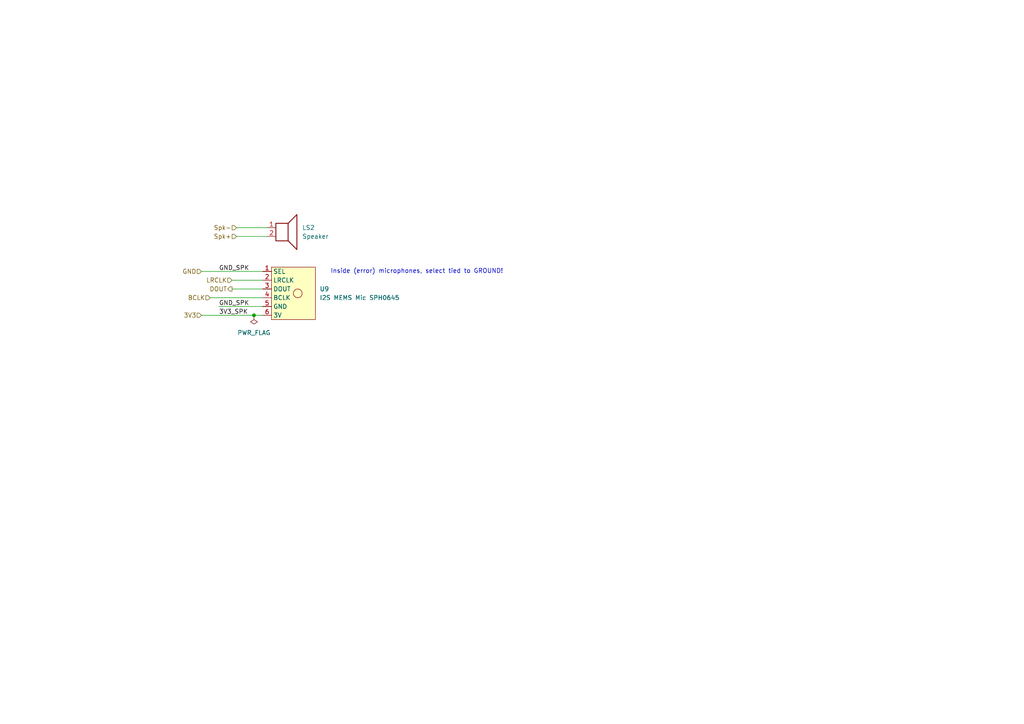
<source format=kicad_sch>
(kicad_sch (version 20231120) (generator "eeschema") (generator_version "8.0")
  (paper "A4")
  (lib_symbols
    (symbol "Device:Speaker" (pin_names (offset 0) hide)
      (property "Reference" "LS" (at 1.27 5.715 0))
      (property "Value" "Speaker" (at 1.27 3.81 0))
      (symbol "Speaker_0_0"
        (rectangle (start -2.54 1.27) (end 1.016 -3.81) (stroke (width 0.254)))
        (polyline (pts (xy 1.016 1.27) (xy 3.556 3.81) (xy 3.556 -6.35) (xy 1.016 -3.81)) (stroke (width 0.254)))
      )
      (symbol "Speaker_1_1"
        (pin input line (at -5.08 0 0) (length 2.54) (name "1") (number "1"))
        (pin input line (at -5.08 -2.54 0) (length 2.54) (name "2") (number "2"))
      )
    )
    (symbol "Helmute:SPH0645"
      (property "Reference" "U" (at -1.524 9.398 0))
      (property "Value" "I2S MEMS Mic SPH0645" (at -0.508 7.366 0))
      (symbol "SPH0645_1_1"
        (rectangle (start -7.62 7.62) (end 5.08 -7.62) (fill (type background)))
        (circle (center 0 0) (radius 1.27))
        (pin input line (at -10.16 6.35 0) (length 2.54) (name "SEL") (number "1"))
        (pin input line (at -10.16 3.81 0) (length 2.54) (name "LRCLK") (number "2"))
        (pin output line (at -10.16 1.27 0) (length 2.54) (name "DOUT") (number "3"))
        (pin input line (at -10.16 -1.27 0) (length 2.54) (name "BCLK") (number "4"))
        (pin passive line (at -10.16 -3.81 0) (length 2.54) (name "GND") (number "5"))
        (pin power_in line (at -10.16 -6.35 0) (length 2.54) (name "3V") (number "6"))
      )
    )
    (symbol "power:PWR_FLAG" (power) (pin_numbers hide) (pin_names (offset 0) hide)
      (property "Value" "PWR_FLAG" (at 0 3.81 0))
      (symbol "PWR_FLAG_0_0"
        (pin power_out line (at 0 0 90) (length 0) (name "~") (number "1"))
      )
      (symbol "PWR_FLAG_0_1"
        (polyline (pts (xy 0 0) (xy 0 1.27) (xy -1.016 1.905) (xy 0 2.54) (xy 1.016 1.905) (xy 0 1.27)))
      )
    )
  )
  (junction (at 73.66 91.44))
  (wire (pts (xy 68.58 66.04) (xy 77.47 66.04)))
  (wire (pts (xy 67.31 83.82) (xy 76.2 83.82)))
  (wire (pts (xy 60.96 86.36) (xy 76.2 86.36)))
  (wire (pts (xy 68.58 68.58) (xy 77.47 68.58)))
  (wire (pts (xy 67.31 81.28) (xy 76.2 81.28)))
  (wire (pts (xy 73.66 91.44) (xy 76.2 91.44)))
  (wire (pts (xy 58.42 91.44) (xy 73.66 91.44)))
  (wire (pts (xy 63.5 88.9) (xy 76.2 88.9)))
  (wire (pts (xy 58.42 78.74) (xy 76.2 78.74)))
  (text "Inside (error) microphones, select tied to GROUND!" (at 120.904 78.74 0) (effects (font (size 1.27 1.27))))
  (label "3V3_SPK" (at 63.5 91.44 0))
  (label "GND_SPK" (at 63.5 78.74 0))
  (label "GND_SPK" (at 63.5 88.9 0))
  (hierarchical_label "Spk+" (shape input) (at 68.58 68.58 180))
  (hierarchical_label "DOUT" (shape output) (at 67.31 83.82 180))
  (hierarchical_label "GND" (shape input) (at 58.42 78.74 180))
  (hierarchical_label "BCLK" (shape input) (at 60.96 86.36 180))
  (hierarchical_label "Spk-" (shape input) (at 68.58 66.04 180))
  (hierarchical_label "3V3" (shape input) (at 58.42 91.44 180))
  (hierarchical_label "LRCLK" (shape input) (at 67.31 81.28 180))
  (symbol (lib_id "Helmute:SPH0645") (at 86.36 85.09 0) (unit 1)
    (property "Reference" "U9" (at 92.71 83.8199 0) (effects (justify left)))
    (property "Value" "I2S MEMS Mic SPH0645" (at 92.71 86.3599 0) (effects (justify left)))
    (property "Footprint" "Helmute:I2S SPK0415HM4H" (effects (hide yes)))
    (instances (project "" (path "" (reference "U9") (unit 1)) (path "" (reference "U8") (unit 1))))
  )
  (symbol (lib_id "Device:Speaker") (at 82.55 66.04 0) (unit 1)
    (property "Reference" "LS2" (at 87.63 66.0399 0) (effects (justify left)))
    (property "Value" "Speaker" (at 87.63 68.5799 0) (effects (justify left)))
    (property "Footprint" "Helmute:SpeakerConnections" (effects (hide yes)))
    (property "Description" "Speaker" (effects (hide yes)))
    (instances (project "" (path "" (reference "LS2") (unit 1)) (path "" (reference "LS1") (unit 1))))
  )
  (symbol (lib_id "power:PWR_FLAG") (at 73.66 91.44 180) (unit 1)
    (property "Reference" "#FLG03" (effects (hide yes)))
    (property "Value" "PWR_FLAG" (at 73.66 96.52 0))
    (property "Description" "Special symbol for telling ERC where power comes from" (effects (hide yes)))
    (instances (project "" (path "" (reference "#FLG03") (unit 1)) (path "" (reference "#FLG02") (unit 1))))
  )
)
</source>
